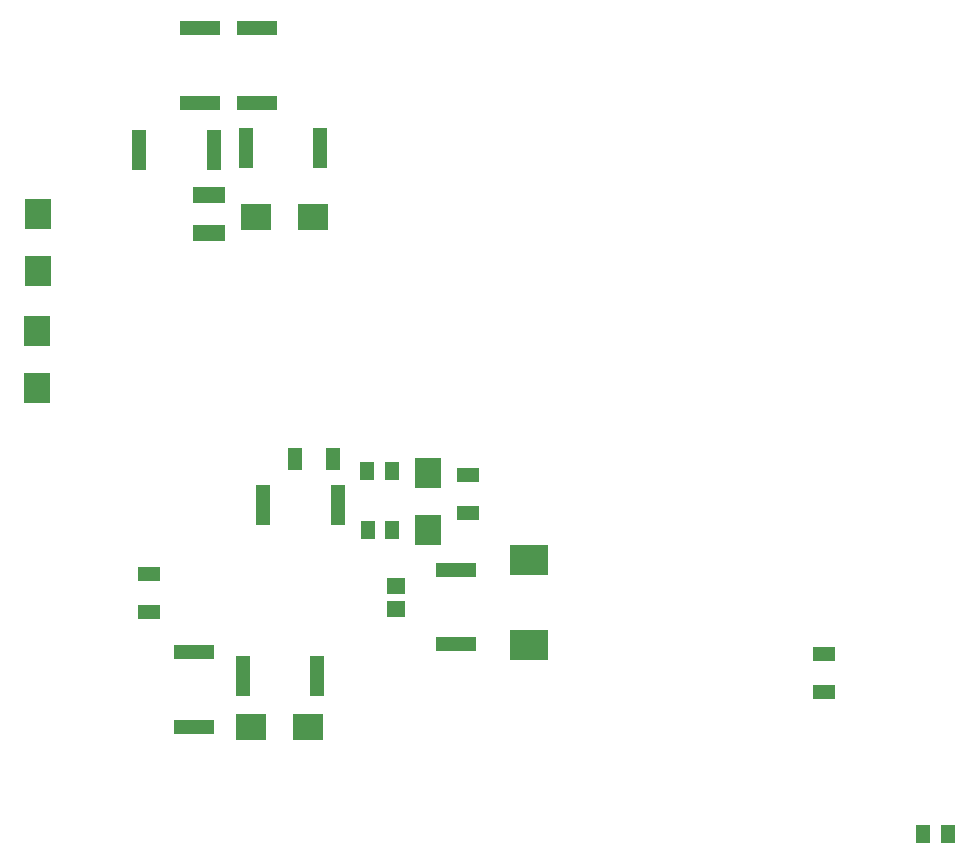
<source format=gbp>
G04*
G04 #@! TF.GenerationSoftware,Altium Limited,Altium Designer,18.1.7 (191)*
G04*
G04 Layer_Color=128*
%FSLAX25Y25*%
%MOIN*%
G70*
G01*
G75*
%ADD26R,0.05118X0.13780*%
%ADD27R,0.07284X0.04921*%
%ADD29R,0.04921X0.07284*%
%ADD33R,0.13780X0.05118*%
%ADD106R,0.04921X0.05906*%
%ADD107R,0.09055X0.10039*%
%ADD108R,0.11024X0.05315*%
%ADD109R,0.10039X0.09055*%
%ADD110R,0.12795X0.10236*%
%ADD111R,0.06102X0.05315*%
D26*
X232902Y329000D02*
D03*
X208098D02*
D03*
X197402Y328500D02*
D03*
X172598D02*
D03*
X213957Y210094D02*
D03*
X238760D02*
D03*
X231902Y153000D02*
D03*
X207098D02*
D03*
D27*
X176000Y187020D02*
D03*
Y174421D02*
D03*
X401000Y160299D02*
D03*
Y147701D02*
D03*
X282359Y207295D02*
D03*
Y219894D02*
D03*
D29*
X224701Y225456D02*
D03*
X237299D02*
D03*
D33*
X193000Y368902D02*
D03*
Y344098D02*
D03*
X212000D02*
D03*
Y368902D02*
D03*
X278359Y163693D02*
D03*
Y188496D02*
D03*
X190859Y160996D02*
D03*
Y136193D02*
D03*
D106*
X442134Y100500D02*
D03*
X433866D02*
D03*
X256992Y201850D02*
D03*
X248724D02*
D03*
X256791Y221456D02*
D03*
X248524D02*
D03*
D107*
X139000Y288051D02*
D03*
Y306949D02*
D03*
X268859Y201850D02*
D03*
Y220748D02*
D03*
X138500Y267949D02*
D03*
Y249051D02*
D03*
D108*
X196000Y300701D02*
D03*
Y313299D02*
D03*
D109*
X211551Y306000D02*
D03*
X230449D02*
D03*
X209859Y136193D02*
D03*
X228756D02*
D03*
D110*
X302500Y191673D02*
D03*
Y163327D02*
D03*
D111*
X258359Y183095D02*
D03*
Y175221D02*
D03*
M02*

</source>
